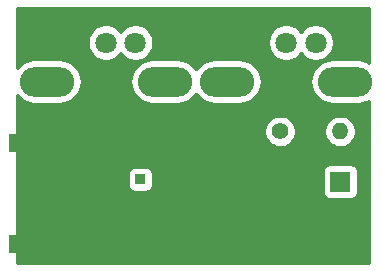
<source format=gbr>
G04 #@! TF.GenerationSoftware,KiCad,Pcbnew,5.1.9-73d0e3b20d~88~ubuntu20.04.1*
G04 #@! TF.CreationDate,2022-01-16T22:13:46+01:00*
G04 #@! TF.ProjectId,RFBandaid,52464261-6e64-4616-9964-2e6b69636164,rev?*
G04 #@! TF.SameCoordinates,Original*
G04 #@! TF.FileFunction,Copper,L2,Bot*
G04 #@! TF.FilePolarity,Positive*
%FSLAX46Y46*%
G04 Gerber Fmt 4.6, Leading zero omitted, Abs format (unit mm)*
G04 Created by KiCad (PCBNEW 5.1.9-73d0e3b20d~88~ubuntu20.04.1) date 2022-01-16 22:13:46*
%MOMM*%
%LPD*%
G01*
G04 APERTURE LIST*
G04 #@! TA.AperFunction,ComponentPad*
%ADD10C,1.800000*%
G04 #@! TD*
G04 #@! TA.AperFunction,ComponentPad*
%ADD11O,4.600000X2.500000*%
G04 #@! TD*
G04 #@! TA.AperFunction,ComponentPad*
%ADD12R,0.850000X0.850000*%
G04 #@! TD*
G04 #@! TA.AperFunction,SMDPad,CuDef*
%ADD13R,5.080000X1.500000*%
G04 #@! TD*
G04 #@! TA.AperFunction,ComponentPad*
%ADD14R,1.700000X1.700000*%
G04 #@! TD*
G04 #@! TA.AperFunction,ComponentPad*
%ADD15O,1.700000X1.700000*%
G04 #@! TD*
G04 #@! TA.AperFunction,ComponentPad*
%ADD16C,1.400000*%
G04 #@! TD*
G04 #@! TA.AperFunction,ComponentPad*
%ADD17O,1.400000X1.400000*%
G04 #@! TD*
G04 #@! TA.AperFunction,ViaPad*
%ADD18C,0.800000*%
G04 #@! TD*
G04 #@! TA.AperFunction,Conductor*
%ADD19C,0.254000*%
G04 #@! TD*
G04 #@! TA.AperFunction,Conductor*
%ADD20C,0.100000*%
G04 #@! TD*
G04 APERTURE END LIST*
D10*
X95970000Y-71940000D03*
X98470000Y-71940000D03*
X100970000Y-71940000D03*
D11*
X93470000Y-75240000D03*
X103470000Y-75240000D03*
X88210000Y-75240000D03*
X78210000Y-75240000D03*
D10*
X85710000Y-71940000D03*
X83210000Y-71940000D03*
X80710000Y-71940000D03*
D12*
X86130000Y-83530000D03*
D13*
X77560000Y-80480000D03*
X77560000Y-88980000D03*
D14*
X103060000Y-83730000D03*
D15*
X103060000Y-86270000D03*
D16*
X97970000Y-79460000D03*
D17*
X103050000Y-79460000D03*
D18*
X75750000Y-88980000D03*
X93080000Y-83440000D03*
X93090000Y-82780000D03*
X93080000Y-84760000D03*
X82250000Y-86280000D03*
X86900000Y-86280000D03*
X76950000Y-88980000D03*
X78150000Y-88980000D03*
X79350000Y-88980000D03*
X76970000Y-80480000D03*
X75770000Y-80480000D03*
X78170000Y-80480000D03*
X93075000Y-84085000D03*
X98120000Y-85380000D03*
X80990000Y-78070000D03*
X88570000Y-78830000D03*
D19*
X105510001Y-73631788D02*
X105244848Y-73490061D01*
X104889524Y-73382275D01*
X104612597Y-73355000D01*
X102327403Y-73355000D01*
X102050476Y-73382275D01*
X101695152Y-73490061D01*
X101367683Y-73665097D01*
X101080655Y-73900655D01*
X100845097Y-74187683D01*
X100670061Y-74515152D01*
X100562275Y-74870476D01*
X100525880Y-75240000D01*
X100562275Y-75609524D01*
X100670061Y-75964848D01*
X100845097Y-76292317D01*
X101080655Y-76579345D01*
X101367683Y-76814903D01*
X101695152Y-76989939D01*
X102050476Y-77097725D01*
X102327403Y-77125000D01*
X104612597Y-77125000D01*
X104889524Y-77097725D01*
X105244848Y-76989939D01*
X105510001Y-76848212D01*
X105510000Y-90610000D01*
X75680000Y-90610000D01*
X75680000Y-83105000D01*
X85066928Y-83105000D01*
X85066928Y-83955000D01*
X85079188Y-84079482D01*
X85115498Y-84199180D01*
X85174463Y-84309494D01*
X85253815Y-84406185D01*
X85350506Y-84485537D01*
X85460820Y-84544502D01*
X85580518Y-84580812D01*
X85705000Y-84593072D01*
X86555000Y-84593072D01*
X86679482Y-84580812D01*
X86799180Y-84544502D01*
X86909494Y-84485537D01*
X87006185Y-84406185D01*
X87085537Y-84309494D01*
X87144502Y-84199180D01*
X87180812Y-84079482D01*
X87193072Y-83955000D01*
X87193072Y-83105000D01*
X87180812Y-82980518D01*
X87150321Y-82880000D01*
X101571928Y-82880000D01*
X101571928Y-84580000D01*
X101584188Y-84704482D01*
X101620498Y-84824180D01*
X101679463Y-84934494D01*
X101758815Y-85031185D01*
X101855506Y-85110537D01*
X101965820Y-85169502D01*
X102085518Y-85205812D01*
X102210000Y-85218072D01*
X103910000Y-85218072D01*
X104034482Y-85205812D01*
X104154180Y-85169502D01*
X104264494Y-85110537D01*
X104361185Y-85031185D01*
X104440537Y-84934494D01*
X104499502Y-84824180D01*
X104535812Y-84704482D01*
X104548072Y-84580000D01*
X104548072Y-82880000D01*
X104535812Y-82755518D01*
X104499502Y-82635820D01*
X104440537Y-82525506D01*
X104361185Y-82428815D01*
X104264494Y-82349463D01*
X104154180Y-82290498D01*
X104034482Y-82254188D01*
X103910000Y-82241928D01*
X102210000Y-82241928D01*
X102085518Y-82254188D01*
X101965820Y-82290498D01*
X101855506Y-82349463D01*
X101758815Y-82428815D01*
X101679463Y-82525506D01*
X101620498Y-82635820D01*
X101584188Y-82755518D01*
X101571928Y-82880000D01*
X87150321Y-82880000D01*
X87144502Y-82860820D01*
X87085537Y-82750506D01*
X87006185Y-82653815D01*
X86909494Y-82574463D01*
X86799180Y-82515498D01*
X86679482Y-82479188D01*
X86555000Y-82466928D01*
X85705000Y-82466928D01*
X85580518Y-82479188D01*
X85460820Y-82515498D01*
X85350506Y-82574463D01*
X85253815Y-82653815D01*
X85174463Y-82750506D01*
X85115498Y-82860820D01*
X85079188Y-82980518D01*
X85066928Y-83105000D01*
X75680000Y-83105000D01*
X75680000Y-79328514D01*
X96635000Y-79328514D01*
X96635000Y-79591486D01*
X96686304Y-79849405D01*
X96786939Y-80092359D01*
X96933038Y-80311013D01*
X97118987Y-80496962D01*
X97337641Y-80643061D01*
X97580595Y-80743696D01*
X97838514Y-80795000D01*
X98101486Y-80795000D01*
X98359405Y-80743696D01*
X98602359Y-80643061D01*
X98821013Y-80496962D01*
X99006962Y-80311013D01*
X99153061Y-80092359D01*
X99253696Y-79849405D01*
X99305000Y-79591486D01*
X99305000Y-79328514D01*
X101715000Y-79328514D01*
X101715000Y-79591486D01*
X101766304Y-79849405D01*
X101866939Y-80092359D01*
X102013038Y-80311013D01*
X102198987Y-80496962D01*
X102417641Y-80643061D01*
X102660595Y-80743696D01*
X102918514Y-80795000D01*
X103181486Y-80795000D01*
X103439405Y-80743696D01*
X103682359Y-80643061D01*
X103901013Y-80496962D01*
X104086962Y-80311013D01*
X104233061Y-80092359D01*
X104333696Y-79849405D01*
X104385000Y-79591486D01*
X104385000Y-79328514D01*
X104333696Y-79070595D01*
X104233061Y-78827641D01*
X104086962Y-78608987D01*
X103901013Y-78423038D01*
X103682359Y-78276939D01*
X103439405Y-78176304D01*
X103181486Y-78125000D01*
X102918514Y-78125000D01*
X102660595Y-78176304D01*
X102417641Y-78276939D01*
X102198987Y-78423038D01*
X102013038Y-78608987D01*
X101866939Y-78827641D01*
X101766304Y-79070595D01*
X101715000Y-79328514D01*
X99305000Y-79328514D01*
X99253696Y-79070595D01*
X99153061Y-78827641D01*
X99006962Y-78608987D01*
X98821013Y-78423038D01*
X98602359Y-78276939D01*
X98359405Y-78176304D01*
X98101486Y-78125000D01*
X97838514Y-78125000D01*
X97580595Y-78176304D01*
X97337641Y-78276939D01*
X97118987Y-78423038D01*
X96933038Y-78608987D01*
X96786939Y-78827641D01*
X96686304Y-79070595D01*
X96635000Y-79328514D01*
X75680000Y-79328514D01*
X75680000Y-76407957D01*
X75820655Y-76579345D01*
X76107683Y-76814903D01*
X76435152Y-76989939D01*
X76790476Y-77097725D01*
X77067403Y-77125000D01*
X79352597Y-77125000D01*
X79629524Y-77097725D01*
X79984848Y-76989939D01*
X80312317Y-76814903D01*
X80599345Y-76579345D01*
X80834903Y-76292317D01*
X81009939Y-75964848D01*
X81117725Y-75609524D01*
X81154120Y-75240000D01*
X85265880Y-75240000D01*
X85302275Y-75609524D01*
X85410061Y-75964848D01*
X85585097Y-76292317D01*
X85820655Y-76579345D01*
X86107683Y-76814903D01*
X86435152Y-76989939D01*
X86790476Y-77097725D01*
X87067403Y-77125000D01*
X89352597Y-77125000D01*
X89629524Y-77097725D01*
X89984848Y-76989939D01*
X90312317Y-76814903D01*
X90599345Y-76579345D01*
X90834903Y-76292317D01*
X90840000Y-76282781D01*
X90845097Y-76292317D01*
X91080655Y-76579345D01*
X91367683Y-76814903D01*
X91695152Y-76989939D01*
X92050476Y-77097725D01*
X92327403Y-77125000D01*
X94612597Y-77125000D01*
X94889524Y-77097725D01*
X95244848Y-76989939D01*
X95572317Y-76814903D01*
X95859345Y-76579345D01*
X96094903Y-76292317D01*
X96269939Y-75964848D01*
X96377725Y-75609524D01*
X96414120Y-75240000D01*
X96377725Y-74870476D01*
X96269939Y-74515152D01*
X96094903Y-74187683D01*
X95859345Y-73900655D01*
X95572317Y-73665097D01*
X95244848Y-73490061D01*
X94889524Y-73382275D01*
X94612597Y-73355000D01*
X92327403Y-73355000D01*
X92050476Y-73382275D01*
X91695152Y-73490061D01*
X91367683Y-73665097D01*
X91080655Y-73900655D01*
X90845097Y-74187683D01*
X90840000Y-74197219D01*
X90834903Y-74187683D01*
X90599345Y-73900655D01*
X90312317Y-73665097D01*
X89984848Y-73490061D01*
X89629524Y-73382275D01*
X89352597Y-73355000D01*
X87067403Y-73355000D01*
X86790476Y-73382275D01*
X86435152Y-73490061D01*
X86107683Y-73665097D01*
X85820655Y-73900655D01*
X85585097Y-74187683D01*
X85410061Y-74515152D01*
X85302275Y-74870476D01*
X85265880Y-75240000D01*
X81154120Y-75240000D01*
X81117725Y-74870476D01*
X81009939Y-74515152D01*
X80834903Y-74187683D01*
X80599345Y-73900655D01*
X80312317Y-73665097D01*
X79984848Y-73490061D01*
X79629524Y-73382275D01*
X79352597Y-73355000D01*
X77067403Y-73355000D01*
X76790476Y-73382275D01*
X76435152Y-73490061D01*
X76107683Y-73665097D01*
X75820655Y-73900655D01*
X75680000Y-74072043D01*
X75680000Y-71788816D01*
X81675000Y-71788816D01*
X81675000Y-72091184D01*
X81733989Y-72387743D01*
X81849701Y-72667095D01*
X82017688Y-72918505D01*
X82231495Y-73132312D01*
X82482905Y-73300299D01*
X82762257Y-73416011D01*
X83058816Y-73475000D01*
X83361184Y-73475000D01*
X83657743Y-73416011D01*
X83937095Y-73300299D01*
X84188505Y-73132312D01*
X84402312Y-72918505D01*
X84460000Y-72832169D01*
X84517688Y-72918505D01*
X84731495Y-73132312D01*
X84982905Y-73300299D01*
X85262257Y-73416011D01*
X85558816Y-73475000D01*
X85861184Y-73475000D01*
X86157743Y-73416011D01*
X86437095Y-73300299D01*
X86688505Y-73132312D01*
X86902312Y-72918505D01*
X87070299Y-72667095D01*
X87186011Y-72387743D01*
X87245000Y-72091184D01*
X87245000Y-71788816D01*
X96935000Y-71788816D01*
X96935000Y-72091184D01*
X96993989Y-72387743D01*
X97109701Y-72667095D01*
X97277688Y-72918505D01*
X97491495Y-73132312D01*
X97742905Y-73300299D01*
X98022257Y-73416011D01*
X98318816Y-73475000D01*
X98621184Y-73475000D01*
X98917743Y-73416011D01*
X99197095Y-73300299D01*
X99448505Y-73132312D01*
X99662312Y-72918505D01*
X99720000Y-72832169D01*
X99777688Y-72918505D01*
X99991495Y-73132312D01*
X100242905Y-73300299D01*
X100522257Y-73416011D01*
X100818816Y-73475000D01*
X101121184Y-73475000D01*
X101417743Y-73416011D01*
X101697095Y-73300299D01*
X101948505Y-73132312D01*
X102162312Y-72918505D01*
X102330299Y-72667095D01*
X102446011Y-72387743D01*
X102505000Y-72091184D01*
X102505000Y-71788816D01*
X102446011Y-71492257D01*
X102330299Y-71212905D01*
X102162312Y-70961495D01*
X101948505Y-70747688D01*
X101697095Y-70579701D01*
X101417743Y-70463989D01*
X101121184Y-70405000D01*
X100818816Y-70405000D01*
X100522257Y-70463989D01*
X100242905Y-70579701D01*
X99991495Y-70747688D01*
X99777688Y-70961495D01*
X99720000Y-71047831D01*
X99662312Y-70961495D01*
X99448505Y-70747688D01*
X99197095Y-70579701D01*
X98917743Y-70463989D01*
X98621184Y-70405000D01*
X98318816Y-70405000D01*
X98022257Y-70463989D01*
X97742905Y-70579701D01*
X97491495Y-70747688D01*
X97277688Y-70961495D01*
X97109701Y-71212905D01*
X96993989Y-71492257D01*
X96935000Y-71788816D01*
X87245000Y-71788816D01*
X87186011Y-71492257D01*
X87070299Y-71212905D01*
X86902312Y-70961495D01*
X86688505Y-70747688D01*
X86437095Y-70579701D01*
X86157743Y-70463989D01*
X85861184Y-70405000D01*
X85558816Y-70405000D01*
X85262257Y-70463989D01*
X84982905Y-70579701D01*
X84731495Y-70747688D01*
X84517688Y-70961495D01*
X84460000Y-71047831D01*
X84402312Y-70961495D01*
X84188505Y-70747688D01*
X83937095Y-70579701D01*
X83657743Y-70463989D01*
X83361184Y-70405000D01*
X83058816Y-70405000D01*
X82762257Y-70463989D01*
X82482905Y-70579701D01*
X82231495Y-70747688D01*
X82017688Y-70961495D01*
X81849701Y-71212905D01*
X81733989Y-71492257D01*
X81675000Y-71788816D01*
X75680000Y-71788816D01*
X75680000Y-69030000D01*
X105510001Y-69030000D01*
X105510001Y-73631788D01*
G04 #@! TA.AperFunction,Conductor*
D20*
G36*
X105510001Y-73631788D02*
G01*
X105244848Y-73490061D01*
X104889524Y-73382275D01*
X104612597Y-73355000D01*
X102327403Y-73355000D01*
X102050476Y-73382275D01*
X101695152Y-73490061D01*
X101367683Y-73665097D01*
X101080655Y-73900655D01*
X100845097Y-74187683D01*
X100670061Y-74515152D01*
X100562275Y-74870476D01*
X100525880Y-75240000D01*
X100562275Y-75609524D01*
X100670061Y-75964848D01*
X100845097Y-76292317D01*
X101080655Y-76579345D01*
X101367683Y-76814903D01*
X101695152Y-76989939D01*
X102050476Y-77097725D01*
X102327403Y-77125000D01*
X104612597Y-77125000D01*
X104889524Y-77097725D01*
X105244848Y-76989939D01*
X105510001Y-76848212D01*
X105510000Y-90610000D01*
X75680000Y-90610000D01*
X75680000Y-83105000D01*
X85066928Y-83105000D01*
X85066928Y-83955000D01*
X85079188Y-84079482D01*
X85115498Y-84199180D01*
X85174463Y-84309494D01*
X85253815Y-84406185D01*
X85350506Y-84485537D01*
X85460820Y-84544502D01*
X85580518Y-84580812D01*
X85705000Y-84593072D01*
X86555000Y-84593072D01*
X86679482Y-84580812D01*
X86799180Y-84544502D01*
X86909494Y-84485537D01*
X87006185Y-84406185D01*
X87085537Y-84309494D01*
X87144502Y-84199180D01*
X87180812Y-84079482D01*
X87193072Y-83955000D01*
X87193072Y-83105000D01*
X87180812Y-82980518D01*
X87150321Y-82880000D01*
X101571928Y-82880000D01*
X101571928Y-84580000D01*
X101584188Y-84704482D01*
X101620498Y-84824180D01*
X101679463Y-84934494D01*
X101758815Y-85031185D01*
X101855506Y-85110537D01*
X101965820Y-85169502D01*
X102085518Y-85205812D01*
X102210000Y-85218072D01*
X103910000Y-85218072D01*
X104034482Y-85205812D01*
X104154180Y-85169502D01*
X104264494Y-85110537D01*
X104361185Y-85031185D01*
X104440537Y-84934494D01*
X104499502Y-84824180D01*
X104535812Y-84704482D01*
X104548072Y-84580000D01*
X104548072Y-82880000D01*
X104535812Y-82755518D01*
X104499502Y-82635820D01*
X104440537Y-82525506D01*
X104361185Y-82428815D01*
X104264494Y-82349463D01*
X104154180Y-82290498D01*
X104034482Y-82254188D01*
X103910000Y-82241928D01*
X102210000Y-82241928D01*
X102085518Y-82254188D01*
X101965820Y-82290498D01*
X101855506Y-82349463D01*
X101758815Y-82428815D01*
X101679463Y-82525506D01*
X101620498Y-82635820D01*
X101584188Y-82755518D01*
X101571928Y-82880000D01*
X87150321Y-82880000D01*
X87144502Y-82860820D01*
X87085537Y-82750506D01*
X87006185Y-82653815D01*
X86909494Y-82574463D01*
X86799180Y-82515498D01*
X86679482Y-82479188D01*
X86555000Y-82466928D01*
X85705000Y-82466928D01*
X85580518Y-82479188D01*
X85460820Y-82515498D01*
X85350506Y-82574463D01*
X85253815Y-82653815D01*
X85174463Y-82750506D01*
X85115498Y-82860820D01*
X85079188Y-82980518D01*
X85066928Y-83105000D01*
X75680000Y-83105000D01*
X75680000Y-79328514D01*
X96635000Y-79328514D01*
X96635000Y-79591486D01*
X96686304Y-79849405D01*
X96786939Y-80092359D01*
X96933038Y-80311013D01*
X97118987Y-80496962D01*
X97337641Y-80643061D01*
X97580595Y-80743696D01*
X97838514Y-80795000D01*
X98101486Y-80795000D01*
X98359405Y-80743696D01*
X98602359Y-80643061D01*
X98821013Y-80496962D01*
X99006962Y-80311013D01*
X99153061Y-80092359D01*
X99253696Y-79849405D01*
X99305000Y-79591486D01*
X99305000Y-79328514D01*
X101715000Y-79328514D01*
X101715000Y-79591486D01*
X101766304Y-79849405D01*
X101866939Y-80092359D01*
X102013038Y-80311013D01*
X102198987Y-80496962D01*
X102417641Y-80643061D01*
X102660595Y-80743696D01*
X102918514Y-80795000D01*
X103181486Y-80795000D01*
X103439405Y-80743696D01*
X103682359Y-80643061D01*
X103901013Y-80496962D01*
X104086962Y-80311013D01*
X104233061Y-80092359D01*
X104333696Y-79849405D01*
X104385000Y-79591486D01*
X104385000Y-79328514D01*
X104333696Y-79070595D01*
X104233061Y-78827641D01*
X104086962Y-78608987D01*
X103901013Y-78423038D01*
X103682359Y-78276939D01*
X103439405Y-78176304D01*
X103181486Y-78125000D01*
X102918514Y-78125000D01*
X102660595Y-78176304D01*
X102417641Y-78276939D01*
X102198987Y-78423038D01*
X102013038Y-78608987D01*
X101866939Y-78827641D01*
X101766304Y-79070595D01*
X101715000Y-79328514D01*
X99305000Y-79328514D01*
X99253696Y-79070595D01*
X99153061Y-78827641D01*
X99006962Y-78608987D01*
X98821013Y-78423038D01*
X98602359Y-78276939D01*
X98359405Y-78176304D01*
X98101486Y-78125000D01*
X97838514Y-78125000D01*
X97580595Y-78176304D01*
X97337641Y-78276939D01*
X97118987Y-78423038D01*
X96933038Y-78608987D01*
X96786939Y-78827641D01*
X96686304Y-79070595D01*
X96635000Y-79328514D01*
X75680000Y-79328514D01*
X75680000Y-76407957D01*
X75820655Y-76579345D01*
X76107683Y-76814903D01*
X76435152Y-76989939D01*
X76790476Y-77097725D01*
X77067403Y-77125000D01*
X79352597Y-77125000D01*
X79629524Y-77097725D01*
X79984848Y-76989939D01*
X80312317Y-76814903D01*
X80599345Y-76579345D01*
X80834903Y-76292317D01*
X81009939Y-75964848D01*
X81117725Y-75609524D01*
X81154120Y-75240000D01*
X85265880Y-75240000D01*
X85302275Y-75609524D01*
X85410061Y-75964848D01*
X85585097Y-76292317D01*
X85820655Y-76579345D01*
X86107683Y-76814903D01*
X86435152Y-76989939D01*
X86790476Y-77097725D01*
X87067403Y-77125000D01*
X89352597Y-77125000D01*
X89629524Y-77097725D01*
X89984848Y-76989939D01*
X90312317Y-76814903D01*
X90599345Y-76579345D01*
X90834903Y-76292317D01*
X90840000Y-76282781D01*
X90845097Y-76292317D01*
X91080655Y-76579345D01*
X91367683Y-76814903D01*
X91695152Y-76989939D01*
X92050476Y-77097725D01*
X92327403Y-77125000D01*
X94612597Y-77125000D01*
X94889524Y-77097725D01*
X95244848Y-76989939D01*
X95572317Y-76814903D01*
X95859345Y-76579345D01*
X96094903Y-76292317D01*
X96269939Y-75964848D01*
X96377725Y-75609524D01*
X96414120Y-75240000D01*
X96377725Y-74870476D01*
X96269939Y-74515152D01*
X96094903Y-74187683D01*
X95859345Y-73900655D01*
X95572317Y-73665097D01*
X95244848Y-73490061D01*
X94889524Y-73382275D01*
X94612597Y-73355000D01*
X92327403Y-73355000D01*
X92050476Y-73382275D01*
X91695152Y-73490061D01*
X91367683Y-73665097D01*
X91080655Y-73900655D01*
X90845097Y-74187683D01*
X90840000Y-74197219D01*
X90834903Y-74187683D01*
X90599345Y-73900655D01*
X90312317Y-73665097D01*
X89984848Y-73490061D01*
X89629524Y-73382275D01*
X89352597Y-73355000D01*
X87067403Y-73355000D01*
X86790476Y-73382275D01*
X86435152Y-73490061D01*
X86107683Y-73665097D01*
X85820655Y-73900655D01*
X85585097Y-74187683D01*
X85410061Y-74515152D01*
X85302275Y-74870476D01*
X85265880Y-75240000D01*
X81154120Y-75240000D01*
X81117725Y-74870476D01*
X81009939Y-74515152D01*
X80834903Y-74187683D01*
X80599345Y-73900655D01*
X80312317Y-73665097D01*
X79984848Y-73490061D01*
X79629524Y-73382275D01*
X79352597Y-73355000D01*
X77067403Y-73355000D01*
X76790476Y-73382275D01*
X76435152Y-73490061D01*
X76107683Y-73665097D01*
X75820655Y-73900655D01*
X75680000Y-74072043D01*
X75680000Y-71788816D01*
X81675000Y-71788816D01*
X81675000Y-72091184D01*
X81733989Y-72387743D01*
X81849701Y-72667095D01*
X82017688Y-72918505D01*
X82231495Y-73132312D01*
X82482905Y-73300299D01*
X82762257Y-73416011D01*
X83058816Y-73475000D01*
X83361184Y-73475000D01*
X83657743Y-73416011D01*
X83937095Y-73300299D01*
X84188505Y-73132312D01*
X84402312Y-72918505D01*
X84460000Y-72832169D01*
X84517688Y-72918505D01*
X84731495Y-73132312D01*
X84982905Y-73300299D01*
X85262257Y-73416011D01*
X85558816Y-73475000D01*
X85861184Y-73475000D01*
X86157743Y-73416011D01*
X86437095Y-73300299D01*
X86688505Y-73132312D01*
X86902312Y-72918505D01*
X87070299Y-72667095D01*
X87186011Y-72387743D01*
X87245000Y-72091184D01*
X87245000Y-71788816D01*
X96935000Y-71788816D01*
X96935000Y-72091184D01*
X96993989Y-72387743D01*
X97109701Y-72667095D01*
X97277688Y-72918505D01*
X97491495Y-73132312D01*
X97742905Y-73300299D01*
X98022257Y-73416011D01*
X98318816Y-73475000D01*
X98621184Y-73475000D01*
X98917743Y-73416011D01*
X99197095Y-73300299D01*
X99448505Y-73132312D01*
X99662312Y-72918505D01*
X99720000Y-72832169D01*
X99777688Y-72918505D01*
X99991495Y-73132312D01*
X100242905Y-73300299D01*
X100522257Y-73416011D01*
X100818816Y-73475000D01*
X101121184Y-73475000D01*
X101417743Y-73416011D01*
X101697095Y-73300299D01*
X101948505Y-73132312D01*
X102162312Y-72918505D01*
X102330299Y-72667095D01*
X102446011Y-72387743D01*
X102505000Y-72091184D01*
X102505000Y-71788816D01*
X102446011Y-71492257D01*
X102330299Y-71212905D01*
X102162312Y-70961495D01*
X101948505Y-70747688D01*
X101697095Y-70579701D01*
X101417743Y-70463989D01*
X101121184Y-70405000D01*
X100818816Y-70405000D01*
X100522257Y-70463989D01*
X100242905Y-70579701D01*
X99991495Y-70747688D01*
X99777688Y-70961495D01*
X99720000Y-71047831D01*
X99662312Y-70961495D01*
X99448505Y-70747688D01*
X99197095Y-70579701D01*
X98917743Y-70463989D01*
X98621184Y-70405000D01*
X98318816Y-70405000D01*
X98022257Y-70463989D01*
X97742905Y-70579701D01*
X97491495Y-70747688D01*
X97277688Y-70961495D01*
X97109701Y-71212905D01*
X96993989Y-71492257D01*
X96935000Y-71788816D01*
X87245000Y-71788816D01*
X87186011Y-71492257D01*
X87070299Y-71212905D01*
X86902312Y-70961495D01*
X86688505Y-70747688D01*
X86437095Y-70579701D01*
X86157743Y-70463989D01*
X85861184Y-70405000D01*
X85558816Y-70405000D01*
X85262257Y-70463989D01*
X84982905Y-70579701D01*
X84731495Y-70747688D01*
X84517688Y-70961495D01*
X84460000Y-71047831D01*
X84402312Y-70961495D01*
X84188505Y-70747688D01*
X83937095Y-70579701D01*
X83657743Y-70463989D01*
X83361184Y-70405000D01*
X83058816Y-70405000D01*
X82762257Y-70463989D01*
X82482905Y-70579701D01*
X82231495Y-70747688D01*
X82017688Y-70961495D01*
X81849701Y-71212905D01*
X81733989Y-71492257D01*
X81675000Y-71788816D01*
X75680000Y-71788816D01*
X75680000Y-69030000D01*
X105510001Y-69030000D01*
X105510001Y-73631788D01*
G37*
G04 #@! TD.AperFunction*
M02*

</source>
